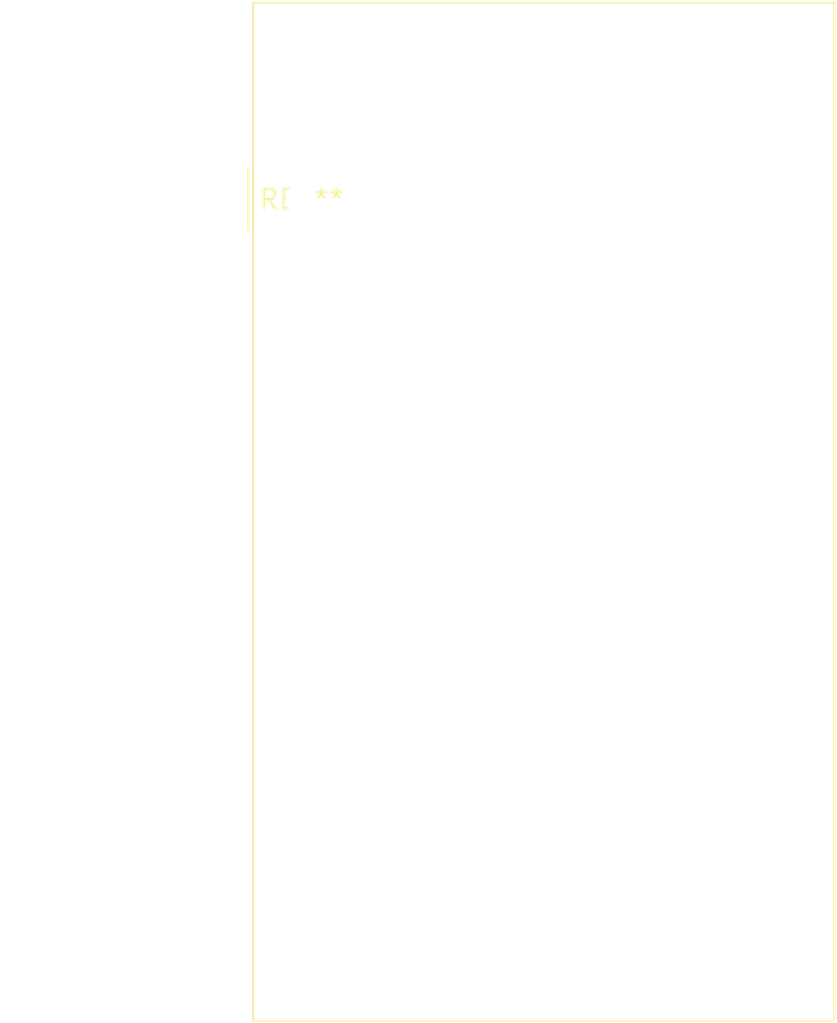
<source format=kicad_pcb>
(kicad_pcb (version 20240108) (generator pcbnew)
  (layers (0 "F.Cu" signal) (31 "B.Cu" signal) (34 "B.Paste" user) (35 "F.Paste" user) (36 "B.SilkS" user "B.Silkscreen") (37 "F.SilkS" user "F.Silkscreen") (38 "B.Mask" user) (39 "F.Mask" user) (44 "Edge.Cuts" user))
  (net 0 "")
  (footprint "L_CommonMode_TDK_B82747E6163A040" (layer "F.Cu") (at 0 0)
    (property "Reference" "REF**")
    (property "Value" "L_CommonMode_TDK_B82747E6163A040")
    (fp_line (start -3.4 -2) (end -3.4 2) (layer "F.SilkS") (stroke (width 0.12)))
    (fp_rect (start -3.1 52.6) (end 34.1 -12.6) (layer "F.SilkS") (stroke (width 0.12)) (fill none))
    (pad "1" thru_hole roundrect (at 0 0 90) (size 4 4) (drill 2) (layers *.Cu *.Mask) (remove_unused_layers))
    (pad "2" thru_hole circle (at 0 20 90) (size 4 4) (drill 2) (layers *.Cu *.Mask) (remove_unused_layers))
    (pad "3" thru_hole circle (at 0 40 90) (size 4 4) (drill 2) (layers *.Cu *.Mask) (remove_unused_layers))
    (pad "4" thru_hole circle (at 31 40 90) (size 4 4) (drill 2) (layers *.Cu *.Mask) (remove_unused_layers))
    (pad "5" thru_hole circle (at 31 20 90) (size 4 4) (drill 2) (layers *.Cu *.Mask) (remove_unused_layers))
    (pad "6" thru_hole circle (at 31 0 90) (size 4 4) (drill 2) (layers *.Cu *.Mask) (remove_unused_layers))
  )
)
</source>
